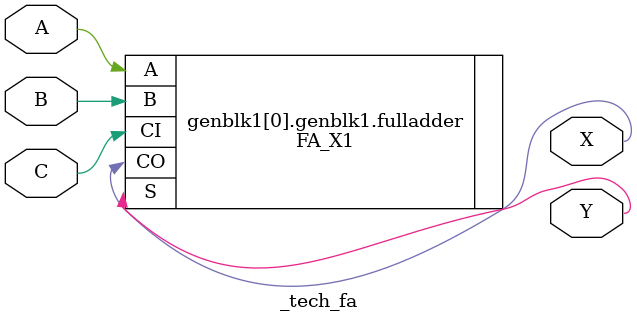
<source format=v>

(* techmap_celltype = "$fa" *)
module _tech_fa (A, B, C, X, Y);
  parameter WIDTH = 1;
  (* force_downto *)
    input [WIDTH-1 : 0] A, B, C;
  (* force_downto *)
    output [WIDTH-1 : 0] X, Y;
  
  parameter _TECHMAP_CONSTVAL_A_ = WIDTH'bx;
  parameter _TECHMAP_CONSTVAL_B_ = WIDTH'bx;
  parameter _TECHMAP_CONSTVAL_C_ = WIDTH'bx;
  
  genvar i;
  generate for (i = 0; i < WIDTH; i = i + 1) begin
      if (_TECHMAP_CONSTVAL_A_[i] === 1'b0 || _TECHMAP_CONSTVAL_B_[i] === 1'b0 || _TECHMAP_CONSTVAL_C_[i] === 1'b0) begin
        if (_TECHMAP_CONSTVAL_C_[i] === 1'b0) begin
          HA_X1 halfadder_Cconst (
              .A(A[i]),
              .B(B[i]),
              .CO(X[i]), .S(Y[i])
            );
        end 
        else begin
          if (_TECHMAP_CONSTVAL_B_[i] === 1'b0) begin
            HA_X1 halfadder_Bconst (
                .A(A[i]),
                .B(C[i]),
                .CO(X[i]), .S(Y[i])
              );
          end
          else begin
            HA_X1 halfadder_Aconst (
                .A(B[i]),
                .B(C[i]),
                .CO(X[i]), .S(Y[i])
              );
          end
        end
      end
      else begin
        FA_X1 fulladder (
            .A(A[i]), .B(B[i]), .CI(C[i]), .CO(X[i]), .S(Y[i])
          );
      end
    end endgenerate

endmodule





</source>
